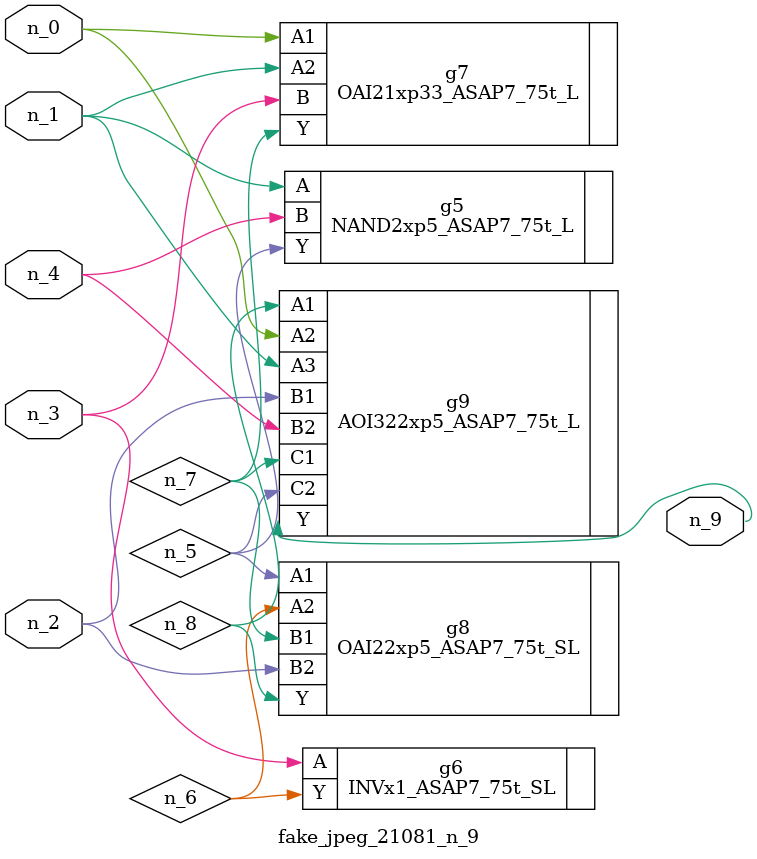
<source format=v>
module fake_jpeg_21081_n_9 (n_3, n_2, n_1, n_0, n_4, n_9);

input n_3;
input n_2;
input n_1;
input n_0;
input n_4;

output n_9;

wire n_8;
wire n_6;
wire n_5;
wire n_7;

NAND2xp5_ASAP7_75t_L g5 ( 
.A(n_1),
.B(n_4),
.Y(n_5)
);

INVx1_ASAP7_75t_SL g6 ( 
.A(n_3),
.Y(n_6)
);

OAI21xp33_ASAP7_75t_L g7 ( 
.A1(n_0),
.A2(n_1),
.B(n_3),
.Y(n_7)
);

OAI22xp5_ASAP7_75t_SL g8 ( 
.A1(n_5),
.A2(n_6),
.B1(n_7),
.B2(n_2),
.Y(n_8)
);

AOI322xp5_ASAP7_75t_L g9 ( 
.A1(n_8),
.A2(n_0),
.A3(n_1),
.B1(n_2),
.B2(n_4),
.C1(n_7),
.C2(n_5),
.Y(n_9)
);


endmodule
</source>
